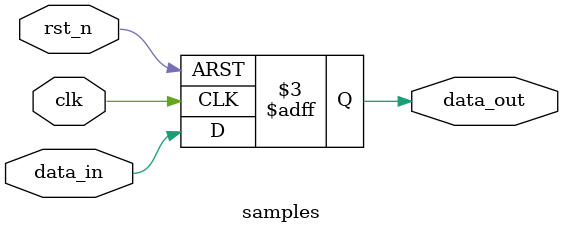
<source format=v>
module samples #(
    parameter WIDTH = 1,
    parameter SAMPLE_TYPE = 0
) (
    input                    clk,
    input                    rst_n,
    input      [WIDTH - 1:0] data_in,
    output reg [WIDTH - 1:0] data_out
);
    
// 采样模块

reg [WIDTH - 1:0] data_last;

always @(posedge clk or negedge rst_n) begin
    if(~rst_n) begin
        data_out <= 0;
        data_last <= 0;
    end else begin
        if(SAMPLE_TYPE == 0) begin // 直接上采样
            data_out <= data_in;
        end else begin // 填充0(也就是变成Impulse)
            if(data_last == data_in) begin
                data_out <= {(WIDTH){1'b0}};
            end else begin
                data_out <= data_in;
                data_last <= data_in;
            end
        end
    end
end

endmodule
</source>
